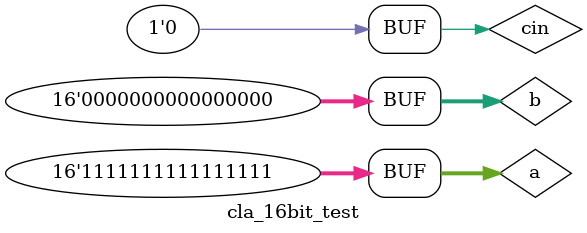
<source format=v>
`timescale 1ns / 1ps


module cla_16bit_test;

	// Inputs
	reg [15:0] a;
	reg [15:0] b;
	reg cin;

	// Outputs
	wire [15:0] s;
	wire cout;

	// Instantiate the Unit Under Test (UUT)
	cla_16bit uut (
		.a(a), 
		.b(b), 
		.cin(cin), 
		.s(s), 
		.cout(cout)
	);

	initial begin
		// Initialize Inputs
		a = 16'b0000000000000000;
		b = 16'b0000000000000000;
		cin = 0;
      
#100 a= 16'b0000000000011111; b=16'b000000000001100; 
#10 a= 16'b0000000000011111; b=16'b000000000001100; 
#10 a= 16'b1100011000011111; b=16'b000000110001100; 
#10 a= 16'b1111111111111111; b=16'b000000000000000;
end
 
initial
$monitor("A=%b,B=%b,Cin=%b: Sum= %b,Cout=%b",a,b,cin,s,cout);
      
endmodule


</source>
